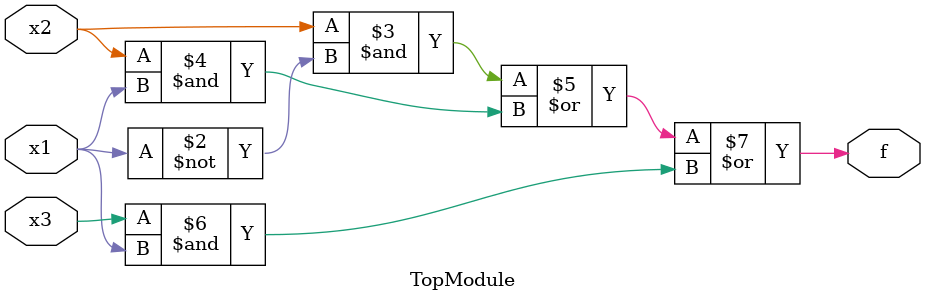
<source format=sv>
module TopModule (
    input logic x3,
    input logic x2,
    input logic x1,
    output logic f
);

always @(*) begin
    f = (x2 & ~x1) | (x2 & x1) | (x3 & x1);
end

endmodule
</source>
